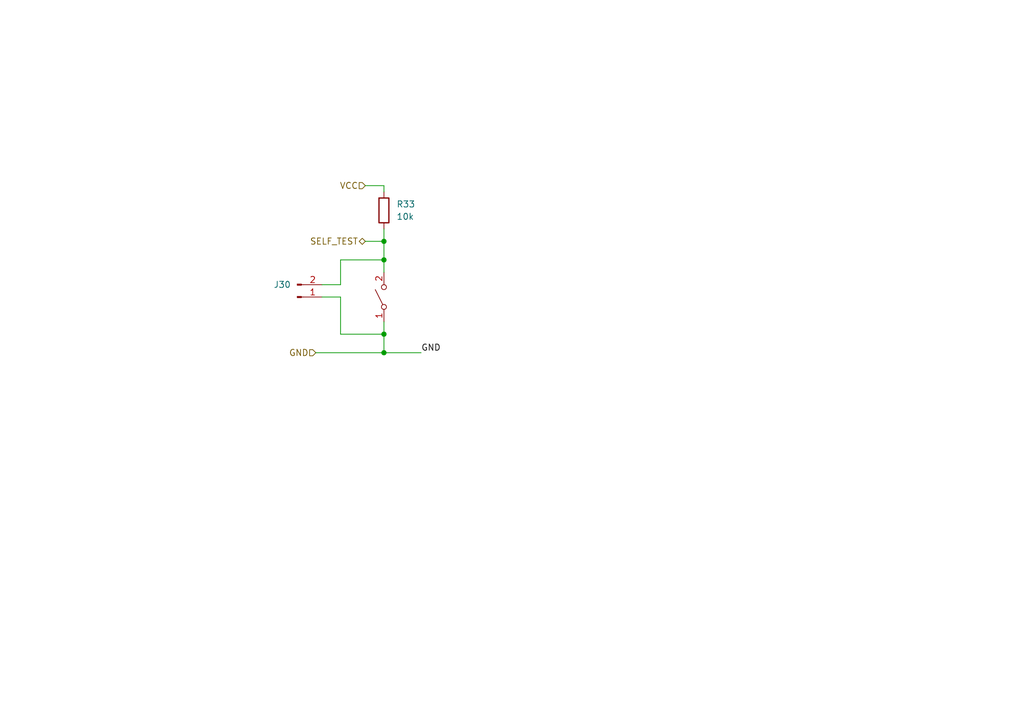
<source format=kicad_sch>
(kicad_sch (version 20231120) (generator "eeschema") (generator_version "8.0")
  (paper "A5")
  (title_block (title "User button") (date "2024-11-03") (rev "1.0"))
  (lib_symbols
    (symbol "Connector:Conn_01x02_Pin" (pin_names (offset 1.016) hide)
      (property "Reference" "J" (at 0 2.54 0))
      (property "Value" "Conn_01x02_Pin" (at 0 -5.08 0))
      (symbol "Conn_01x02_Pin_1_1"
        (polyline (pts (xy 1.27 -2.54) (xy 0.8636 -2.54)) (stroke (width 0.1524)))
        (polyline (pts (xy 1.27 0) (xy 0.8636 0)) (stroke (width 0.1524)))
        (rectangle (start 0.8636 -2.413) (end 0 -2.667) (stroke (width 0.1524)) (fill (type outline)))
        (rectangle (start 0.8636 0.127) (end 0 -0.127) (stroke (width 0.1524)) (fill (type outline)))
        (pin passive line (at 5.08 0 180) (length 3.81) (name "Pin_1") (number "1"))
        (pin passive line (at 5.08 -2.54 180) (length 3.81) (name "Pin_2") (number "2"))
      )
    )
    (symbol "Device:R" (pin_numbers hide) (pin_names (offset 0))
      (property "Reference" "R" (at 2.032 0 90))
      (property "Value" "R" (at 0 0 90))
      (symbol "R_0_1"
        (rectangle (start -1.016 -2.54) (end 1.016 2.54) (stroke (width 0.254)))
      )
      (symbol "R_1_1"
        (pin passive line (at 0 3.81 270) (length 1.27) (name "~") (number "1"))
        (pin passive line (at 0 -3.81 90) (length 1.27) (name "~") (number "2"))
      )
    )
    (symbol "Switch:SW_DPST_x2" (pin_names (offset 0) hide)
      (property "Reference" "SW" (at 0 3.175 0))
      (property "Value" "SW_DPST_x2" (at 0 -2.54 0))
      (symbol "SW_DPST_x2_0_0"
        (circle (center -2.032 0) (radius 0.508))
        (polyline (pts (xy -1.524 0.254) (xy 1.524 1.778)))
        (circle (center 2.032 0) (radius 0.508))
      )
      (symbol "SW_DPST_x2_1_1"
        (pin passive line (at -5.08 0 0) (length 2.54) (name "A") (number "1"))
        (pin passive line (at 5.08 0 180) (length 2.54) (name "B") (number "2"))
      )
      (symbol "SW_DPST_x2_2_1"
        (pin passive line (at -5.08 0 0) (length 2.54) (name "A") (number "3"))
        (pin passive line (at 5.08 0 180) (length 2.54) (name "B") (number "4"))
      )
    )
  )
  (junction (at 78.74 72.39))
  (junction (at 78.74 53.34))
  (junction (at 78.74 49.53))
  (junction (at 78.74 68.58))
  (wire (pts (xy 69.85 68.58) (xy 78.74 68.58)))
  (wire (pts (xy 66.04 60.96) (xy 69.85 60.96)))
  (wire (pts (xy 69.85 60.96) (xy 69.85 68.58)))
  (wire (pts (xy 69.85 58.42) (xy 69.85 53.34)))
  (wire (pts (xy 78.74 39.37) (xy 78.74 38.1)))
  (wire (pts (xy 78.74 46.99) (xy 78.74 49.53)))
  (wire (pts (xy 78.74 66.04) (xy 78.74 68.58)))
  (wire (pts (xy 69.85 53.34) (xy 78.74 53.34)))
  (wire (pts (xy 78.74 72.39) (xy 86.36 72.39)))
  (wire (pts (xy 64.77 72.39) (xy 78.74 72.39)))
  (wire (pts (xy 78.74 49.53) (xy 74.93 49.53)))
  (wire (pts (xy 74.93 38.1) (xy 78.74 38.1)))
  (wire (pts (xy 78.74 53.34) (xy 78.74 55.88)))
  (wire (pts (xy 66.04 58.42) (xy 69.85 58.42)))
  (wire (pts (xy 78.74 49.53) (xy 78.74 53.34)))
  (wire (pts (xy 78.74 68.58) (xy 78.74 72.39)))
  (label "GND" (at 86.36 72.39 0))
  (hierarchical_label "SELF_TEST" (shape bidirectional) (at 74.93 49.53 180))
  (hierarchical_label "GND" (shape input) (at 64.77 72.39 180))
  (hierarchical_label "VCC" (shape input) (at 74.93 38.1 180))
  (symbol (lib_id "Switch:SW_DPST_x2") (at 78.74 60.96 90) (unit 1)
    (property "Reference" "SW2" (effects (hide yes)))
    (property "Value" "PB_SMD_12V_50MA_6MM_6MM" (effects (hide yes)))
    (property "Footprint" "Button_Switch_SMD:SW_Push_1P1T_NO_CK_KSC7xxJ" (effects (hide yes)))
    (property "Description" "Single Pole Single Throw (SPST) switch, separate symbol" (effects (hide yes)))
  )
  (symbol (lib_id "Device:R") (at 78.74 43.18 0) (unit 1)
    (property "Reference" "R33" (at 81.28 41.91 0) (effects (justify left)))
    (property "Value" "10k" (at 81.28 44.45 0) (effects (justify left)))
    (property "Footprint" "Resistor_SMD:R_0603_1608Metric" (effects (hide yes)))
  )
  (symbol (lib_id "Connector:Conn_01x02_Pin") (at 60.96 60.96 0) (mirror x) (unit 1)
    (property "Reference" "J30" (at 59.69 58.4199 0) (effects (justify right)))
    (property "Value" "KF128-2.54_2P" (effects (hide yes)))
    (property "Footprint" "TerminalBlock_Phoenix:TerminalBlock_Phoenix_MPT-0,5-2-2.54_1x02_P2.54mm_Horizontal" (effects (hide yes)))
  )
)
</source>
